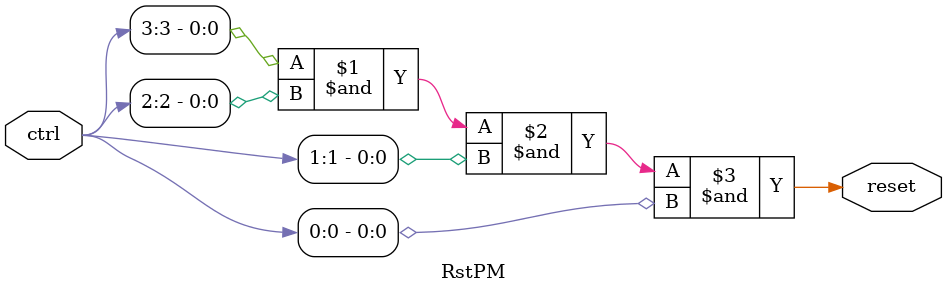
<source format=sv>
module bitwiseNot(
  input logic[7:0] a,
  output logic[7:0] x);
  assign x=~a;
endmodule

module bitwiseOr(
  input logic[7:0] a,b,
  output logic[7:0] x);
  assign x=a|b;
endmodule

module bitwiseAnd(
  input logic[7:0] a,b,
  output logic[7:0] x);
  assign x=a&b;
endmodule

module bitwiseXor(
  input logic[7:0] a,b,
  output logic[7:0] x);
  assign x=a^b;
endmodule

module Shifter(
  input logic s,x,x1,
  output logic y
);
  assign y=(~s&x)|(s&x1);
endmodule


module LogicShiftR(
  input logic [7:0] a,b,
  output logic [7:0] y);
  
  logic [7:0] t,t1,t2,t3;
  logic s1,s2,s3,s4;
  
  assign s1=b[0];
  assign s2=b[1];
  assign s3=b[2];
  assign s4=b[3]|b[4]|b[5]|b[6]|b[7];
  
  Shifter zs7(s1,a[7],0,t[7]);
  Shifter zs[6:0](s1,a[6:0],a[7:1],t[6:0]);
  
  Shifter os7(s2,t[7],0,t1[7]);
  Shifter os6(s2,t[6],0,t1[6]);
  Shifter os[5:0](s2,t[5:0],t[7:2],t1[5:0]);
  
  Shifter ts7(s3,t1[7],0,t2[7]);
  Shifter ts6(s3,t1[6],0,t2[6]);
  Shifter ts5(s3,t1[5],0,t2[5]);
  Shifter ts4(s3,t1[4],0,t2[4]);
  Shifter ts[3:0](s3,t1[3:0],t1[7:4],t2[3:0]);
  

  assign t3[7]=t2[7]&~s4;
  assign t3[6]=t2[6]&~s4;
  assign t3[5]=t2[5]&~s4;
  assign t3[4]=t2[4]&~s4;
  assign t3[3]=t2[3]&~s4;
  assign t3[2]=t2[2]&~s4;
  assign t3[1]=t2[1]&~s4;
  assign t3[0]=t2[0]&~s4;
  
  assign y=t3;
  
  
endmodule

module LogicShiftL(
  input logic [7:0] a,b,
  output logic [7:0] y);
  logic [7:0] t,t1,t2,t3;
  logic s1,s2,s3,s4,zero;
  assign zero=0;
  assign s1=b[0];
  assign s2=b[1];
  assign s3=b[2];
  assign s4=b[3]|b[4]|b[5]|b[6]|b[7];
 
  Shifter zs0(s1,a[0],zero,t[0]);
  Shifter zs[7:1](s1,a[7:1],a[6:0],t[7:1]);
  
  Shifter os0(s2,t[0],zero,t1[0]);
  Shifter os1(s2,t[1],zero,t1[1]);
  Shifter os[7:2](s2,t[7:2],t[5:0],t1[7:2]);
  
  Shifter ts0(s3,t1[0],zero,t2[0]);
  Shifter ts1(s3,t1[1],zero,t2[1]);
  Shifter ts2(s3,t1[2],zero,t2[2]);
  Shifter ts3(s3,t1[3],zero,t2[3]);
  Shifter ts[7:4](s3,t1[7:4],t1[3:0],t2[7:4]);
  
  assign t3[7]=t2[7]&~s4;
  assign t3[6]=t2[6]&~s4;
  assign t3[5]=t2[5]&~s4;
  assign t3[4]=t2[4]&~s4;
  assign t3[3]=t2[3]&~s4;
  assign t3[2]=t2[2]&~s4;
  assign t3[1]=t2[1]&~s4;
  assign t3[0]=t2[0]&~s4;
  
  assign y=t3;
endmodule

module ArShiftR(
  input logic [7:0] a,b,
  output logic [7:0] y);
  
  logic [7:0] t,t1,t2,t3;
  logic s1,s2,s3,s4;
  
  assign s1=b[0];
  assign s2=b[1];
  assign s3=b[2];
  assign s4=b[3]|b[4]|b[5]|b[6]|b[7];
  
  Shifter zs7(s1,a[7],a[7],t[7]);
  Shifter zs[6:0](s1,a[6:0],a[7:1],t[6:0]);
  
  Shifter os7(s2,t[7],t[7],t1[7]);
  Shifter os6(s2,t[6],t[7],t1[6]);
  Shifter os[5:0](s2,t[5:0],t[7:2],t1[5:0]);
  
  Shifter ts7(s3,t1[7],t1[7],t2[7]);
  Shifter ts6(s3,t1[6],t1[7],t2[6]);
  Shifter ts5(s3,t1[5],t1[7],t2[5]);
  Shifter ts4(s3,t1[4],t1[7],t2[4]);
  Shifter ts[3:0](s3,t1[3:0],t1[7:4],t2[3:0]);
  
  assign t3[7]=t2[7]&~s4;
  assign t3[6]=t2[6]&~s4;
  assign t3[5]=t2[5]&~s4;
  assign t3[4]=t2[4]&~s4;
  assign t3[3]=t2[3]&~s4;
  assign t3[2]=t2[2]&~s4;
  assign t3[1]=t2[1]&~s4;
  assign t3[0]=t2[0]&~s4;
  
  assign y=t3;  
endmodule

module RotateL(
  input logic[7:0] a,b,
  output logic[7:0] y
);
  logic [7:0] t,t1,t2;
  logic s1,s2,s3,s4;
  
  assign s1=b[0];
  assign s2=b[1];
  assign s3=b[2];
  
  
  Shifter sh0(s1,a[0],a[7],t[0]);
  Shifter sh1(s1,a[1],a[0],t[1]);
  Shifter sh2(s1,a[2],a[1],t[2]);
  Shifter sh3(s1,a[3],a[2],t[3]);
  Shifter sh4(s1,a[4],a[3],t[4]);
  Shifter sh5(s1,a[5],a[4],t[5]);
  Shifter sh6(s1,a[6],a[5],t[6]);
  Shifter sh7(s1,a[7],a[6],t[7]);
  
  Shifter st0(s2,t[0],t[6],t1[0]);
  Shifter st1(s2,t[1],t[7],t1[1]);
  Shifter st2(s2,t[2],t[0],t1[2]);
  Shifter st3(s2,t[3],t[1],t1[3]);
  Shifter st4(s2,t[4],t[2],t1[4]);
  Shifter st5(s2,t[5],t[3],t1[5]);
  Shifter st6(s2,t[6],t[4],t1[6]);
  Shifter st7(s2,t[7],t[5],t1[7]);
  
  Shifter sz0(s3,t1[0],t1[4],t2[0]);
  Shifter sz1(s3,t1[1],t1[5],t2[1]);
  Shifter sz2(s3,t1[2],t1[6],t2[2]);
  Shifter sz3(s3,t1[3],t1[7],t2[3]);
  Shifter sz4(s3,t1[4],t1[0],t2[4]);
  Shifter sz5(s3,t1[5],t1[1],t2[5]);
  Shifter sz6(s3,t1[6],t1[2],t2[6]);
  Shifter sz7(s3,t1[7],t1[3],t2[7]);
  
  assign y=t2;
endmodule
module RotateR(
  input logic[7:0] a,b,
  output logic[7:0] y
);
  logic [7:0] t,t1,t2;
  logic s1,s2,s3,s4;
  
  assign s1=b[0];
  assign s2=b[1];
  assign s3=b[2];
  
  
  Shifter sh0(s1,a[0],a[1],t[0]);
  Shifter sh1(s1,a[1],a[2],t[1]);
  Shifter sh2(s1,a[2],a[3],t[2]);
  Shifter sh3(s1,a[3],a[4],t[3]);
  Shifter sh4(s1,a[4],a[5],t[4]);
  Shifter sh5(s1,a[5],a[6],t[5]);
  Shifter sh6(s1,a[6],a[7],t[6]);
  Shifter sh7(s1,a[7],a[0],t[7]);
  
  Shifter st0(s2,t[0],t[2],t1[0]);
  Shifter st1(s2,t[1],t[3],t1[1]);
  Shifter st2(s2,t[2],t[4],t1[2]);
  Shifter st3(s2,t[3],t[5],t1[3]);
  Shifter st4(s2,t[4],t[6],t1[4]);
  Shifter st5(s2,t[5],t[7],t1[5]);
  Shifter st6(s2,t[6],t[0],t1[6]);
  Shifter st7(s2,t[7],t[1],t1[7]);
  
  Shifter sz0(s3,t1[0],t1[4],t2[0]);
  Shifter sz1(s3,t1[1],t1[5],t2[1]);
  Shifter sz2(s3,t1[2],t1[6],t2[2]);
  Shifter sz3(s3,t1[3],t1[7],t2[3]);
  Shifter sz4(s3,t1[4],t1[0],t2[4]);
  Shifter sz5(s3,t1[5],t1[1],t2[5]);
  Shifter sz6(s3,t1[6],t1[2],t2[6]);
  Shifter sz7(s3,t1[7],t1[3],t2[7]);
  
  assign y=t2;
endmodule

module Multiplier(
  input logic [7:0] a,b,
  output logic [7:0] x,
output logic V);
  
  logic[3:0] t,t1,t2,t3,p,p1,p2;
  logic[3:0] ab2,ab3;
  logic cin;
  assign cin=0;
  
  assign V=a[7]|a[6]|a[5]|b[4]|b[7]|b[6]|b[5]|b[4];
    
  assign t[3]=0;
  assign t[2]=a[3]&b[0];
  assign t[1]=a[2]&b[0];
  assign t[0]=a[1]&b[0];
  
  assign t1[3]=a[3]&b[1];
  assign t1[2]=a[2]&b[1];
  assign t1[1]=a[1]&b[1];
  assign t1[0]=a[0]&b[1];
  
  FourLA f1(t,t1,cin,p,t2[3]);
  assign t2[2]=p[3];
  assign t2[1]=p[2];
  assign t2[0]=p[1];
  
  assign ab2[3]=a[3]&b[2];
  assign ab2[2]=a[2]&b[2];
  assign ab2[1]=a[1]&b[2];
  assign ab2[0]=a[0]&b[2];
  
  FourLA f2(ab2,t2,cin,p1,t3[3]);
  
  assign t3[2]=p1[3];
  assign t3[1]=p1[2];
  assign t3[0]=p1[1];
  assign ab3[3]=a[3]&b[3];
  assign ab3[2]=a[2]&b[3];
  assign ab3[1]=a[1]&b[3];
  assign ab3[0]=a[0]&b[3];
  FourLA f3(ab3,t3,cin,p2,x[7]);

  
  
  assign x[0]=a[0]&b[0];
  assign x[1]=p[0];
  assign x[2]=p1[0];
  assign x[3]=p2[0];
  assign x[4]=p2[1];
  assign x[5]=p2[2];
  assign x[6]=p2[3];
endmodule

module Divider(
  input logic [7:0] a,b,               
  output logic [7:0] x,
output logic E);
  logic[7:0] z;
  assign z[7]= b[7]|b[6]|b[5]|b[4]|b[3]|b[2]|b[1]|b[0];
  assign z[6]=z[7];
  assign z[5]=z[7];
  assign z[4]=z[7];
  assign z[3]=z[7];
  assign z[2]=z[7];
  assign z[1]=z[7];
  assign z[0]=z[7];
  
  assign x=(a/b)&z;
  assign E=~&b;
endmodule



module FullAdder(
    input logic a, b, cin,
    output logic g, p, s,cout);
    
    assign g = a & b;
    assign p = (a ^ b) & cin;
    assign s = cin ^ (a ^ b);
  	assign cout = g|p;
    
endmodule

module FourLALogic(
    input logic cin,
    input logic [3:0] g, p,
    output logic [3:0] c);   

    assign c[0] = g[0] | (p[0] & cin);
    assign c[1] = g[1] | (p[1] & g[0]) | (p[1] & p[0] & cin);
    assign c[2] = g[2] | (p[2] & g[1]) | (p[2] & p[1] & g[0]) | (p[2] & p[1] & p[0] & cin);
    assign c[3] = g[3] | (p[3] & g[2]) | (p[3] & p[2] & g[1]) | (p[3] & p[2] & p[1] & g[0]) | (p[3] & p[2] & p[1] & p[0] & cin);
    

endmodule

module FourLA(
  	input logic [3:0] a, b,
    input logic cin,
  	output logic [3:0] s,
    output logic cout);
    
  	logic [3:0] g, p,c;
  
    FullAdder fa0(a[0], b[0], cin, g[0], p[0], s[0]);
    FullAdder fa1(a[1], b[1], c[0], g[1], p[1], s[1]);
	FullAdder fa2(a[2], b[2], c[1], g[2], p[2], s[2]);
	FullAdder fa3(a[3], b[3], c[2], g[3], p[3], s[3]);
	FourLALogic cla(cin, g[3:0], p[3:0], c[3:0]);
	assign cout = c[3];
  
endmodule

module LookAheadAdder8(
	input logic [7:0] a, b,
	input logic cin,
    output logic [7:0] s,
	output logic cout,v);
    
   
	logic cout1;
	FourLA LA30(a[3:0],b[3:0],cin,s[3:0],cout1);
	FourLA LA74(a[7:4],b[7:4],cout1,s[7:4],cout);
  assign v =~a[7]&~b[7]&s[7]|a[7]&b[7]&~s[7]|a[7]&~b[7]&~s[7]|~a[7]&b[7]&s[7];
  	
    
endmodule

module RestaRCA(
  input logic [7:0]a,b,
  input logic cin,
  output logic [7:0] s,
	output logic cout,v);
  
  logic [7:0] c,x;
  bitwiseNot Nt(b,x);
  FullAdder R0(a[0],x[0],cin,,,s[0],c[0]);
  FullAdder R[7:1](a[7:1],x[7:1],c[6:0],,,s[7:1],c[7:1]);
  assign cout=c[7];
  assign v =~a[7]&~b[7]&s[7]|a[7]&b[7]&~s[7];
  
endmodule

module deMux(
  input logic[7:0] a,b,
  input logic s,
  output logic[7:0] a0,b0,a1,b1);
  logic[7:0]sel;
  assign sel[7]=s;
  assign sel[6]=s;
  assign sel[5]=s;
  assign sel[4]=s;
  assign sel[3]=s;
  assign sel[2]=s;
  assign sel[1]=s;
  assign sel[0]=s;
  assign a0=a&~sel;
  assign b0=b&~sel;
  assign a1=a&sel;
  assign b1=b&sel;


endmodule
module deMux5(
  input logic[7:0] a,b,
  input logic[2:0] s,
  output logic[7:0] a0,b0,a1,b1,a2,b2,a3,b3,a4,b4);
  logic[7:0]sel2,sel1,sel0;
  assign sel2[7]=s[2];
  assign sel2[6]=s[2];
  assign sel2[5]=s[2];
  assign sel2[4]=s[2];
  assign sel2[3]=s[2];
  assign sel2[2]=s[2];
  assign sel2[1]=s[2];
  assign sel2[0]=s[2];
  assign sel1[7]=s[1];
  assign sel1[6]=s[1];
  assign sel1[5]=s[1];
  assign sel1[4]=s[1];
  assign sel1[3]=s[1];
  assign sel1[2]=s[1];
  assign sel1[1]=s[1];
  assign sel1[0]=s[1];
  assign sel0[7]=s[0];
  assign sel0[6]=s[0];
  assign sel0[5]=s[0];
  assign sel0[4]=s[0];
  assign sel0[3]=s[0];
  assign sel0[2]=s[0];
  assign sel0[1]=s[0];
  assign sel0[0]=s[0];
  assign a0=a&(~sel2&~sel1&~sel0);
  assign b0=b&(~sel2&~sel1&~sel0);
  assign a1=a&~sel2&~sel1&sel0;
  assign b1=b&~sel2&~sel1&sel0;
  assign a2=a&~sel2&sel1&~sel0;
  assign b2=b&~sel2&sel1&~sel0;
  assign a3=a&~sel2&sel1&sel0;
  assign b3=b&~sel2&sel1&sel0;
  assign a4=a&sel2&~sel1&~sel0;
  assign b4=b&sel2&~sel1&~sel0;


endmodule

module register(
  input logic[7:0] a,b,
  input logic enable,clk,clear,
  output logic[7:0] a0,b0	);
  
  always @(posedge clk)
    begin
    if (clear) begin
      
    a0=0;
  	b0=0;
    end
      else
        
    if (enable) begin  
      
    	a0=a;
  		b0=b; 
      
    end
  end
endmodule


module counter1(
input logic clk,reset,
  output logic c);
  
  always @(posedge clk) begin
    
    	if(!reset)
      	c=0;
    	else
          if(!c)
      			c<=c+1;
    
  end
    
endmodule
module counter3(
input logic clk,reset,
  output logic[2:0] c);
  
  always @(posedge clk) begin
    
    	if(!reset)
      	c=0;
    	else
          if(!c[2])
      			c<=c+1;
        
    
  end
    
endmodule

module PesoLigero(
  input logic [7:0] a,b,
  input logic clk,rst,
  output logic [7:0] w,poder1,poder2,agi1,agi2,est1,est2,
  
  output logic c);
  
  reg[7:0] wr,o0,o1;
  counter1 con(clk,rst,c);
  deMux dmx(a,b,c,o0,o1,agi1,agi2);
  register regi(o0,o1,~c,clk,,est1,est2);
    
  //logic [7:0]c
  assign poder1=((est1/agi1) + (100/est1) +agi1);
  assign poder2=((est2/agi2) + (100/est2) +agi2);
  
    
  assign wr=(poder2-poder1);
  
  assign w[7]= ~wr[7]&c;
  assign w[6]= ~wr[7]&c;
  assign w[5]= ~wr[7]&c;
  assign w[4]= ~wr[7]&c;
  assign w[3]= ~wr[7]&c;
  assign w[2]= ~wr[7]&c;
  assign w[1]= ~wr[7]&c;
  assign w[0]= ~wr[7]&c;
    
    

endmodule



module PesoPesado(
input logic [7:0] a,b,
  input logic clk,rst,
  output logic [7:0] w,poder1,poder2,res1,res2,peso1,peso2,
  
  output logic c);
  
  reg[7:0] wr,o0,o1;
  counter1 con(clk,rst,c);
  deMux dmx(a,b,c,o0,o1,res1,res2);
  register regi(o0,o1,~c,clk,,peso1,peso2);
    
  //logic [7:0]c
  assign poder1=(5*peso1 + 2*res1);
  assign poder2=(5*peso2 + 2*res2);
  
    
  assign wr=(poder2-poder1);
  
  assign w[7]= ~wr[7]&c;
  assign w[6]= ~wr[7]&c;
  assign w[5]= ~wr[7]&c;
  assign w[4]= ~wr[7]&c;
  assign w[3]= ~wr[7]&c;
  assign w[2]= ~wr[7]&c;
  assign w[1]= ~wr[7]&c;
  assign w[0]= ~wr[7]&c;
    
    

endmodule
module PesoMixto(
input logic [7:0] a,b,
  input logic clk,rst,
  output logic [7:0] w,poder1,poder2,est1,est2,agi1,agi2,peso1,peso2,str1,str2,res1,res2,
  
  output logic[2:0] c,
	output logic s);
  
  reg[7:0] wr,o0,o1,o2,o3,o4,o5,o6,o7;
  reg s1,s2,s3,clr;
  assign clr=0;
  assign s=~c[2]&~c[1]&~c[0];
  assign s1=~c[2]&~c[1]&c[0];
  assign s2=~c[2]&c[1]&~c[0];
  assign s3=~c[2]&c[1]&c[0];
 
  counter3 con(clk,rst,c);
  deMux5 dmx(a,b,c,o0,o1,o2,o3,o4,o5,o6,o7,res1,res2);
 
  register regi(o0,o1,s,clk,clr,est1,est2);
  register regi1(o2,o3,s1,clk,clr,agi1,agi2);
  register regi2(o4,o5,s2,clk,clr,peso1,peso2);
  register regi3(o6,o7,s3,clk,clr,str1,str2);
    
  //logic [7:0]c
  assign poder1=((est1/agi1) + 3*peso1+((str1+agi1+res1)/3));
  assign poder2=((est2/agi2) + 3*peso2+((str2+agi2+res2)/3));
  
    
  assign wr=(poder2-poder1);
  
  assign w[7]= ~wr[7]&c[2];
  assign w[6]= ~wr[7]&c[2];
  assign w[5]= ~wr[7]&c[2];
  assign w[4]= ~wr[7]&c[2];
  assign w[3]= ~wr[7]&c[2];
  assign w[2]= ~wr[7]&c[2];
  assign w[1]= ~wr[7]&c[2];
  assign w[0]= ~wr[7]&c[2];
    
    

endmodule
module PC(
input logic clk,reset,
  output logic[3:0] c);
  
  always @(posedge clk) begin
    
    	if(!reset)
      	c=0;
    	else
          if(c!=4'b1111)
      			c<=c+1;
    
  end
    
endmodule
module ROM(
  input [3:0] addr,
  input clk, 
  output logic [3:0] q
);
 
	
  logic [3:0] rom[2**4:0];
 
  initial
    begin
      $readmemh("operaciones.dat", rom);
    end

  always_ff @ (posedge clk)
    begin
      q <= rom[addr];
    end
 
endmodule
module Carry(
input logic csum,cres,
  input logic[3:0]ctrl,
  output logic c
);
  assign c=csum&~ctrl[3]&~ctrl[2]&~ctrl[1]&~ctrl[0]|cres&~ctrl[3]&~ctrl[2]&~ctrl[1]&ctrl[0];
endmodule
module Over(
  input logic vm,vs,vr,
  input logic [3:0] ctrl,
  output logic V
);
 
  assign V=vm&~ctrl[3]&~ctrl[2]&ctrl[1]&~ctrl[0]|vs&~ctrl[3]&~ctrl[2]&~ctrl[1]&~ctrl[0]|vr&~ctrl[3]&~ctrl[2]&~ctrl[1]&ctrl[0];
endmodule



module MuxAluContrl(
  input logic[7:0] suma,resta,mult,div,notv,orv,andv,xorv,lsl,lsr,asr,rol,ror,pesol,pesop,pesom,
  input logic[3:0] ctrl,
  input logic carry,over,E,
  output logic[7:0] S,
  output logic[11:0] flags
);
 
  
  logic[7:0]ctrl3,ctrl2,ctrl1,ctrl0;
  assign ctrl3[7]=ctrl[3];
  assign ctrl3[6]=ctrl[3];
  assign ctrl3[5]=ctrl[3];
  assign ctrl3[4]=ctrl[3];
  assign ctrl3[3]=ctrl[3];
  assign ctrl3[2]=ctrl[3];
  assign ctrl3[1]=ctrl[3];
  assign ctrl3[0]=ctrl[3];
  assign ctrl2[7]=ctrl[2];
  assign ctrl2[6]=ctrl[2];
  assign ctrl2[5]=ctrl[2];
  assign ctrl2[4]=ctrl[2];
  assign ctrl2[3]=ctrl[2];
  assign ctrl2[2]=ctrl[2];
  assign ctrl2[1]=ctrl[2];
  assign ctrl2[0]=ctrl[2];
  assign ctrl1[7]=ctrl[1];
  assign ctrl1[6]=ctrl[1];
  assign ctrl1[5]=ctrl[1];
  assign ctrl1[4]=ctrl[1];
  assign ctrl1[3]=ctrl[1];
  assign ctrl1[2]=ctrl[1];
  assign ctrl1[1]=ctrl[1];
  assign ctrl1[0]=ctrl[1];
  assign ctrl0[7]=ctrl[0];
  assign ctrl0[6]=ctrl[0];
  assign ctrl0[5]=ctrl[0];
  assign ctrl0[4]=ctrl[0];
  assign ctrl0[3]=ctrl[0];
  assign ctrl0[2]=ctrl[0];
  assign ctrl0[1]=ctrl[0];
  assign ctrl0[0]=ctrl[0];

  assign S=	(suma& ~ctrl3&~ctrl2&~ctrl1&~ctrl0)|
    (resta& ~ctrl3&~ctrl2&~ctrl1&ctrl0)|
    (mult& ~ctrl3&~ctrl2&ctrl1&~ctrl0)|
    (div& ~ctrl3&~ctrl2&ctrl1&ctrl0)|
    (notv& ~ctrl3&ctrl2&~ctrl1&~ctrl0)|
    (orv& ~ctrl3&ctrl2&~ctrl1&ctrl0)|
    (andv& ~ctrl3&ctrl2&ctrl1&~ctrl0)|
    (xorv& ~ctrl3&ctrl2&ctrl1&ctrl0)|
    (lsl& ctrl3&~ctrl2&~ctrl1&~ctrl0)|
    (lsr& ctrl3&~ctrl2&~ctrl1&ctrl0)|
    (asr& ctrl3&~ctrl2&ctrl1&~ctrl0)|
    (rol& ctrl3&~ctrl2&ctrl1&ctrl0)|
    (ror& ctrl3&ctrl2&~ctrl1&~ctrl0)|
    (pesol& ctrl3&ctrl2&~ctrl1&ctrl0)|
    (pesop& ctrl3&ctrl2&ctrl1&~ctrl0)|
    (pesom& ctrl3&ctrl2&ctrl1&ctrl0);
  
  assign flags[11]=0;
  assign flags[10]=0;
  assign flags[9]=0;
  assign flags[8]= (~ctrl3&~ctrl2&~ctrl1&~ctrl0)|
    (~ctrl3&~ctrl2&~ctrl1&ctrl0)|
    (~ctrl3&~ctrl2&ctrl1&~ctrl0)|
    (~ctrl3&~ctrl2&ctrl1&ctrl0);
  assign flags[7]=(~ctrl3&ctrl2&~ctrl1&~ctrl0)|
    (~ctrl3&ctrl2&~ctrl1&ctrl0)|
    (~ctrl3&ctrl2&ctrl1&~ctrl0)|
  (~ctrl3&ctrl2&ctrl1&ctrl0);
  assign flags[6]=(ctrl3&~ctrl2&~ctrl1&~ctrl0)|
    (ctrl3&~ctrl2&~ctrl1&ctrl0)|
    (ctrl3&~ctrl2&ctrl1&~ctrl0)|
    (ctrl3&~ctrl2&ctrl1&ctrl0)|
    (ctrl3&ctrl2&~ctrl1&~ctrl0);
  assign flags[5]=(ctrl3&ctrl2&~ctrl1&ctrl0)|
    (ctrl3&ctrl2&ctrl1&~ctrl0)|
    (ctrl3&ctrl2&ctrl1&ctrl0);
  assign flags[4]= ~S[7]&~S[6]&~S[5]&~S[4]&~S[3]&~S[2]&~S[1]&~S[0];
  assign flags[3]=S[7];
  assign flags[2]=carry;
  assign flags[1]=over;
  assign flags[0]=E&~ctrl[3]&~ctrl[2]&~ctrl[1]&ctrl[0];
 
endmodule

module RstPL(
  input logic[3:0] ctrl,
  output logic reset
);
  
  assign reset= ctrl[3]&ctrl[2]&~ctrl[1]&ctrl[0];
  
endmodule
module RstPP(
  input logic[3:0] ctrl,
  output logic reset
);
  
  assign reset= ctrl[3]&ctrl[2]&ctrl[1]&~ctrl[0];
  
endmodule
module RstPM(
  input logic[3:0] ctrl,
  output logic reset
);
  
  assign reset= ctrl[3]&ctrl[2]&ctrl[1]&ctrl[0];
  
endmodule

</source>
